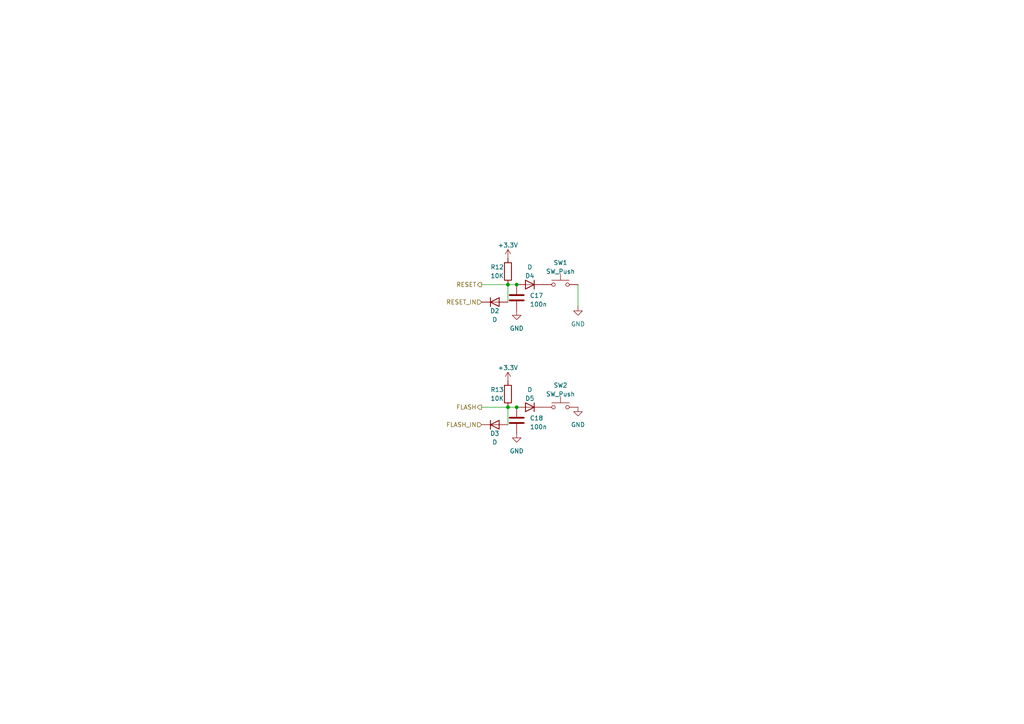
<source format=kicad_sch>
(kicad_sch (version 20230121) (generator eeschema)
  (paper "A4")
  (lib_symbols
    (symbol "Device:C" (pin_numbers hide) (pin_names (offset 0.254))
      (property "Reference" "C" (at 0.635 2.54 0))
      (property "Value" "C" (at 0.635 -2.54 0))
      (symbol "C_0_1"
        (polyline (pts (xy -2.032 -0.762) (xy 2.032 -0.762)) (stroke (width 0.508)))
        (polyline (pts (xy -2.032 0.762) (xy 2.032 0.762)) (stroke (width 0.508)))
      )
      (symbol "C_1_1"
        (pin passive line (at 0 3.81 270) (length 2.794) (name "~") (number "1"))
        (pin passive line (at 0 -3.81 90) (length 2.794) (name "~") (number "2"))
      )
    )
    (symbol "Device:D" (pin_numbers hide) (pin_names (offset 1.016) hide)
      (property "Reference" "D" (at 0 2.54 0))
      (property "Value" "D" (at 0 -2.54 0))
      (symbol "D_0_1"
        (polyline (pts (xy -1.27 1.27) (xy -1.27 -1.27)) (stroke (width 0.254)))
        (polyline (pts (xy 1.27 0) (xy -1.27 0)))
        (polyline (pts (xy 1.27 1.27) (xy 1.27 -1.27) (xy -1.27 0) (xy 1.27 1.27)) (stroke (width 0.254)))
      )
      (symbol "D_1_1"
        (pin passive line (at -3.81 0 0) (length 2.54) (name "K") (number "1"))
        (pin passive line (at 3.81 0 180) (length 2.54) (name "A") (number "2"))
      )
    )
    (symbol "Device:R" (pin_numbers hide) (pin_names (offset 0))
      (property "Reference" "R" (at 2.032 0 90))
      (property "Value" "R" (at 0 0 90))
      (symbol "R_0_1"
        (rectangle (start -1.016 -2.54) (end 1.016 2.54) (stroke (width 0.254)))
      )
      (symbol "R_1_1"
        (pin passive line (at 0 3.81 270) (length 1.27) (name "~") (number "1"))
        (pin passive line (at 0 -3.81 90) (length 1.27) (name "~") (number "2"))
      )
    )
    (symbol "Switch:SW_Push" (pin_numbers hide) (pin_names (offset 1.016) hide)
      (property "Reference" "SW" (at 1.27 2.54 0))
      (property "Value" "SW_Push" (at 0 -1.524 0))
      (symbol "SW_Push_0_1"
        (circle (center -2.032 0) (radius 0.508))
        (polyline (pts (xy 0 1.27) (xy 0 3.048)))
        (polyline (pts (xy 2.54 1.27) (xy -2.54 1.27)))
        (circle (center 2.032 0) (radius 0.508))
        (pin passive line (at -5.08 0 0) (length 2.54) (name "1") (number "1"))
        (pin passive line (at 5.08 0 180) (length 2.54) (name "2") (number "2"))
      )
    )
    (symbol "power:+3.3V" (power) (pin_names (offset 0))
      (property "Value" "+3.3V" (at 0 3.556 0))
      (symbol "+3.3V_0_1"
        (polyline (pts (xy -0.762 1.27) (xy 0 2.54)))
        (polyline (pts (xy 0 0) (xy 0 2.54)))
        (polyline (pts (xy 0 2.54) (xy 0.762 1.27)))
      )
      (symbol "+3.3V_1_1"
        (pin power_in line (at 0 0 90) (length 0) hide (name "+3.3V") (number "1"))
      )
    )
    (symbol "power:GND" (power) (pin_names (offset 0))
      (property "Value" "GND" (at 0 -3.81 0))
      (symbol "GND_0_1"
        (polyline (pts (xy 0 0) (xy 0 -1.27) (xy 1.27 -1.27) (xy 0 -2.54) (xy -1.27 -1.27) (xy 0 -1.27)))
      )
      (symbol "GND_1_1"
        (pin power_in line (at 0 0 270) (length 0) hide (name "GND") (number "1"))
      )
    )
  )
  (junction (at 149.86 118.11))
  (junction (at 149.86 82.55))
  (junction (at 147.32 118.11))
  (junction (at 147.32 82.55))
  (wire (pts (xy 167.64 82.55) (xy 167.64 88.9)))
  (wire (pts (xy 147.32 118.11) (xy 147.32 123.19)))
  (wire (pts (xy 147.32 82.55) (xy 147.32 87.63)))
  (wire (pts (xy 149.86 118.11) (xy 147.32 118.11)))
  (wire (pts (xy 139.7 118.11) (xy 147.32 118.11)))
  (wire (pts (xy 149.86 82.55) (xy 147.32 82.55)))
  (wire (pts (xy 139.7 82.55) (xy 147.32 82.55)))
  (hierarchical_label "RESET" (shape output) (at 139.7 82.55 180))
  (hierarchical_label "FLASH" (shape output) (at 139.7 118.11 180))
  (hierarchical_label "RESET_IN" (shape input) (at 139.7 87.63 180))
  (hierarchical_label "FLASH_IN" (shape input) (at 139.7 123.19 180))
  (symbol (lib_id "power:+3.3V") (at 147.32 110.49 0) (unit 1)
    (property "Reference" "#PWR060" (effects hide))
    (property "Value" "+3.3V" (at 147.32 106.68 0))
    (instances (project "armatron_control_panel" (path "" (reference "#PWR060") (unit 1)) (path "" (reference "#PWR060") (unit 1))) (project "armatron_power_board" (path "" (reference "#PWR043") (unit 1))))
  )
  (symbol (lib_id "Device:D") (at 143.51 87.63 0) (unit 1)
    (property "Reference" "D2" (at 143.51 90.17 0))
    (property "Value" "D" (at 143.51 92.71 0))
    (property "Footprint" "Diode_SMD:D_0805_2012Metric" (effects hide))
    (property "Sim.Device" "D" (effects hide))
    (property "Sim.Pins" "1=K 2=A" (effects hide))
    (instances (project "armatron_control_panel" (path "" (reference "D2") (unit 1)) (path "" (reference "D2") (unit 1))) (project "armatron_power_board" (path "" (reference "D7") (unit 1))))
  )
  (symbol (lib_id "Device:C") (at 149.86 86.36 0) (unit 1)
    (property "Reference" "C17" (at 153.67 85.725 0) (effects (justify left)))
    (property "Value" "100n" (at 153.67 88.265 0) (effects (justify left)))
    (property "Footprint" "Capacitor_SMD:C_0805_2012Metric_Pad1.18x1.45mm_HandSolder" (effects hide))
    (instances (project "armatron_control_panel" (path "" (reference "C17") (unit 1)) (path "" (reference "C17") (unit 1))) (project "armatron_power_board" (path "" (reference "C8") (unit 1))))
  )
  (symbol (lib_id "power:GND") (at 167.64 118.11 0) (unit 1)
    (property "Reference" "#PWR076" (effects hide))
    (property "Value" "GND" (at 167.64 123.19 0))
    (instances (project "armatron_control_panel" (path "" (reference "#PWR076") (unit 1)) (path "" (reference "#PWR076") (unit 1))) (project "armatron_power_board" (path "" (reference "#PWR044") (unit 1))))
  )
  (symbol (lib_id "Device:D") (at 153.67 118.11 180) (unit 1)
    (property "Reference" "D5" (at 153.67 115.57 0))
    (property "Value" "D" (at 153.67 113.03 0))
    (property "Footprint" "Diode_SMD:D_0805_2012Metric" (effects hide))
    (property "Sim.Device" "D" (effects hide))
    (property "Sim.Pins" "1=K 2=A" (effects hide))
    (instances (project "armatron_control_panel" (path "" (reference "D5") (unit 1)) (path "" (reference "D5") (unit 1))) (project "armatron_power_board" (path "" (reference "D15") (unit 1))))
  )
  (symbol (lib_id "Device:D") (at 153.67 82.55 180) (unit 1)
    (property "Reference" "D4" (at 153.67 80.01 0))
    (property "Value" "D" (at 153.67 77.47 0))
    (property "Footprint" "Diode_SMD:D_0805_2012Metric" (effects hide))
    (property "Sim.Device" "D" (effects hide))
    (property "Sim.Pins" "1=K 2=A" (effects hide))
    (instances (project "armatron_control_panel" (path "" (reference "D4") (unit 1)) (path "" (reference "D4") (unit 1))) (project "armatron_power_board" (path "" (reference "D14") (unit 1))))
  )
  (symbol (lib_id "Device:C") (at 149.86 121.92 0) (unit 1)
    (property "Reference" "C18" (at 153.67 121.285 0) (effects (justify left)))
    (property "Value" "100n" (at 153.67 123.825 0) (effects (justify left)))
    (property "Footprint" "Capacitor_SMD:C_0805_2012Metric_Pad1.18x1.45mm_HandSolder" (effects hide))
    (instances (project "armatron_control_panel" (path "" (reference "C18") (unit 1)) (path "" (reference "C18") (unit 1))) (project "armatron_power_board" (path "" (reference "C11") (unit 1))))
  )
  (symbol (lib_id "power:+3.3V") (at 147.32 74.93 0) (unit 1)
    (property "Reference" "#PWR059" (effects hide))
    (property "Value" "+3.3V" (at 147.32 71.12 0))
    (instances (project "armatron_control_panel" (path "" (reference "#PWR059") (unit 1)) (path "" (reference "#PWR059") (unit 1))) (project "armatron_power_board" (path "" (reference "#PWR039") (unit 1))))
  )
  (symbol (lib_id "Device:R") (at 147.32 78.74 0) (unit 1)
    (property "Reference" "R12" (at 142.24 77.47 0) (effects (justify left)))
    (property "Value" "10K" (at 142.24 80.01 0) (effects (justify left)))
    (property "Footprint" "Resistor_SMD:R_0805_2012Metric_Pad1.20x1.40mm_HandSolder" (effects hide))
    (instances (project "armatron_control_panel" (path "" (reference "R12") (unit 1)) (path "" (reference "R12") (unit 1))) (project "armatron_power_board" (path "" (reference "R22") (unit 1))))
  )
  (symbol (lib_id "Switch:SW_Push") (at 162.56 118.11 0) (unit 1)
    (property "Reference" "SW2" (at 162.56 111.76 0))
    (property "Value" "SW_Push" (at 162.56 114.3 0))
    (property "Footprint" "Button_Switch_SMD:SW_SPST_TL3342" (effects hide))
    (instances (project "armatron_control_panel" (path "" (reference "SW2") (unit 1)) (path "" (reference "SW2") (unit 1))) (project "armatron_power_board" (path "" (reference "SW4") (unit 1))))
  )
  (symbol (lib_id "Device:R") (at 147.32 114.3 0) (unit 1)
    (property "Reference" "R13" (at 142.24 113.03 0) (effects (justify left)))
    (property "Value" "10K" (at 142.24 115.57 0) (effects (justify left)))
    (property "Footprint" "Resistor_SMD:R_0805_2012Metric_Pad1.20x1.40mm_HandSolder" (effects hide))
    (instances (project "armatron_control_panel" (path "" (reference "R13") (unit 1)) (path "" (reference "R13") (unit 1))) (project "armatron_power_board" (path "" (reference "R23") (unit 1))))
  )
  (symbol (lib_id "Switch:SW_Push") (at 162.56 82.55 0) (unit 1)
    (property "Reference" "SW1" (at 162.56 76.2 0))
    (property "Value" "SW_Push" (at 162.56 78.74 0))
    (property "Footprint" "Button_Switch_SMD:SW_SPST_TL3342" (effects hide))
    (instances (project "armatron_control_panel" (path "" (reference "SW1") (unit 1)) (path "" (reference "SW1") (unit 1))) (project "armatron_power_board" (path "" (reference "SW3") (unit 1))))
  )
  (symbol (lib_id "power:GND") (at 149.86 125.73 0) (unit 1)
    (property "Reference" "#PWR074" (effects hide))
    (property "Value" "GND" (at 149.86 130.81 0))
    (instances (project "armatron_control_panel" (path "" (reference "#PWR074") (unit 1)) (path "" (reference "#PWR074") (unit 1))) (project "armatron_power_board" (path "" (reference "#PWR080") (unit 1))))
  )
  (symbol (lib_id "power:GND") (at 149.86 90.17 0) (unit 1)
    (property "Reference" "#PWR073" (effects hide))
    (property "Value" "GND" (at 149.86 95.25 0))
    (instances (project "armatron_control_panel" (path "" (reference "#PWR073") (unit 1)) (path "" (reference "#PWR073") (unit 1))) (project "armatron_power_board" (path "" (reference "#PWR079") (unit 1))))
  )
  (symbol (lib_id "Device:D") (at 143.51 123.19 0) (unit 1)
    (property "Reference" "D3" (at 143.51 125.73 0))
    (property "Value" "D" (at 143.51 128.27 0))
    (property "Footprint" "Diode_SMD:D_0805_2012Metric" (effects hide))
    (property "Sim.Device" "D" (effects hide))
    (property "Sim.Pins" "1=K 2=A" (effects hide))
    (instances (project "armatron_control_panel" (path "" (reference "D3") (unit 1)) (path "" (reference "D3") (unit 1))) (project "armatron_power_board" (path "" (reference "D16") (unit 1))))
  )
  (symbol (lib_id "power:GND") (at 167.64 88.9 0) (unit 1)
    (property "Reference" "#PWR075" (effects hide))
    (property "Value" "GND" (at 167.64 93.98 0))
    (instances (project "armatron_control_panel" (path "" (reference "#PWR075") (unit 1)) (path "" (reference "#PWR075") (unit 1))) (project "armatron_power_board" (path "" (reference "#PWR042") (unit 1))))
  )
)
</source>
